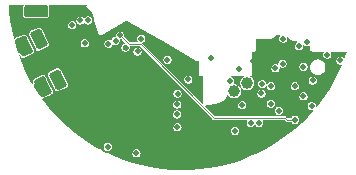
<source format=gbr>
%TF.GenerationSoftware,KiCad,Pcbnew,9.0.0*%
%TF.CreationDate,2025-08-30T10:43:31+02:00*%
%TF.ProjectId,36mm PCB,33366d6d-2050-4434-922e-6b696361645f,rev?*%
%TF.SameCoordinates,Original*%
%TF.FileFunction,Copper,L4,Inr*%
%TF.FilePolarity,Positive*%
%FSLAX46Y46*%
G04 Gerber Fmt 4.6, Leading zero omitted, Abs format (unit mm)*
G04 Created by KiCad (PCBNEW 9.0.0) date 2025-08-30 10:43:31*
%MOMM*%
%LPD*%
G01*
G04 APERTURE LIST*
G04 Aperture macros list*
%AMRoundRect*
0 Rectangle with rounded corners*
0 $1 Rounding radius*
0 $2 $3 $4 $5 $6 $7 $8 $9 X,Y pos of 4 corners*
0 Add a 4 corners polygon primitive as box body*
4,1,4,$2,$3,$4,$5,$6,$7,$8,$9,$2,$3,0*
0 Add four circle primitives for the rounded corners*
1,1,$1+$1,$2,$3*
1,1,$1+$1,$4,$5*
1,1,$1+$1,$6,$7*
1,1,$1+$1,$8,$9*
0 Add four rect primitives between the rounded corners*
20,1,$1+$1,$2,$3,$4,$5,0*
20,1,$1+$1,$4,$5,$6,$7,0*
20,1,$1+$1,$6,$7,$8,$9,0*
20,1,$1+$1,$8,$9,$2,$3,0*%
G04 Aperture macros list end*
%TA.AperFunction,ComponentPad*%
%ADD10RoundRect,0.150000X-0.850000X-0.350000X0.850000X-0.350000X0.850000X0.350000X-0.850000X0.350000X0*%
%TD*%
%TA.AperFunction,ComponentPad*%
%ADD11C,0.500000*%
%TD*%
%TA.AperFunction,ComponentPad*%
%ADD12C,1.000000*%
%TD*%
%TA.AperFunction,ComponentPad*%
%ADD13RoundRect,0.150000X0.591910X-0.441184X0.042506X0.737016X-0.591910X0.441184X-0.042506X-0.737016X0*%
%TD*%
%TA.AperFunction,ViaPad*%
%ADD14C,0.500000*%
%TD*%
%TA.AperFunction,Conductor*%
%ADD15C,0.100000*%
%TD*%
G04 APERTURE END LIST*
D10*
%TO.N,GND*%
%TO.C,TP15*%
X190057772Y-114509534D03*
%TD*%
D11*
%TO.N,+3.3V*%
%TO.C,IC6*%
X208542772Y-116831554D03*
%TO.N,I2C1_SDA*%
X210542772Y-117156554D03*
%TO.N,I2C1_SCL*%
X209867772Y-117481554D03*
%TO.N,GND*%
X209117772Y-117264534D03*
%TD*%
D10*
%TO.N,+3V0*%
%TO.C,TP14*%
X187632772Y-114509534D03*
%TD*%
D12*
%TO.N,SYS_SWCLK*%
%TO.C,TP18*%
X205490000Y-120600000D03*
%TD*%
D13*
%TO.N,Net-(C12-Pad2)*%
%TO.C,SW5*%
X189455162Y-120320686D03*
X187849213Y-116876717D03*
%TO.N,+3V0*%
X188186331Y-120912350D03*
X186580382Y-117468382D03*
%TD*%
D12*
%TO.N,SYS_SWDIO*%
%TO.C,TP17*%
X204370000Y-121300000D03*
%TD*%
D14*
%TO.N,I2C1_SDA*%
X199551130Y-123259000D03*
%TO.N,I2C1_SCL*%
X199570000Y-122409000D03*
%TO.N,+3V0*%
X193690000Y-125990000D03*
%TO.N,ADCVBAT*%
X209540000Y-123710000D03*
X194733732Y-116563689D03*
X193750000Y-117280000D03*
%TO.N,+3V0*%
X195190000Y-117600000D03*
%TO.N,GND*%
X206025478Y-118734534D03*
X205110000Y-124060000D03*
X208977772Y-119704534D03*
X209010000Y-123300000D03*
%TO.N,+3.3V*%
X204460000Y-124650000D03*
X199600000Y-121490000D03*
X208490000Y-118950000D03*
X196520000Y-116840000D03*
X212277772Y-118194534D03*
X199590000Y-124350000D03*
%TO.N,NRST*%
X210255935Y-121716592D03*
%TO.N,+3V0*%
X200510000Y-120300000D03*
X208175685Y-122940000D03*
X191740000Y-117240000D03*
%TO.N,Stat*%
X194347311Y-117022689D03*
X196120000Y-126550000D03*
%TO.N,Net-(IC1-MOT2)*%
X202410000Y-118475000D03*
%TO.N,Net-(IC1-MOT1)*%
X204047772Y-120424534D03*
%TO.N,I2C1_SDA*%
X206700000Y-121480000D03*
X196210000Y-117930000D03*
%TO.N,I2C1_SCL*%
X206760000Y-120680000D03*
X198740000Y-118630806D03*
%TO.N,GPIO_Output_Mono*%
X207480000Y-122360000D03*
X192020000Y-115300000D03*
%TO.N,GPIO_EXTI1*%
X205070000Y-122470000D03*
X191370000Y-115300000D03*
%TO.N,GPIO_EXTI9*%
X190680000Y-115700000D03*
X207510000Y-120870000D03*
%TO.N,Tim2_CH3*%
X206492157Y-123967843D03*
X207880000Y-119350000D03*
X210950000Y-122540000D03*
%TO.N,Tim2_CH1*%
X209535196Y-120866133D03*
X205797213Y-123980000D03*
X213391860Y-118690000D03*
%TO.N,Net-(Q4-D_1)*%
X211037772Y-120374534D03*
%TO.N,Net-(Q3-D_1)*%
X210257772Y-119214534D03*
%TO.N,VDD PROG*%
X204770000Y-119390000D03*
%TD*%
D15*
%TO.N,ADCVBAT*%
X208852900Y-123710000D02*
X209540000Y-123710000D01*
X208709743Y-123566843D02*
X208852900Y-123710000D01*
X202716843Y-123566843D02*
X208709743Y-123566843D01*
X196463646Y-117313646D02*
X202716843Y-123566843D01*
X195483689Y-117313646D02*
X196463646Y-117313646D01*
X194733732Y-116563689D02*
X195483689Y-117313646D01*
%TD*%
%TA.AperFunction,Conductor*%
%TO.N,GND*%
G36*
X186541071Y-113999386D02*
G01*
X186555423Y-114034034D01*
X186548387Y-114057227D01*
X186548652Y-114057337D01*
X186547541Y-114060016D01*
X186547166Y-114061254D01*
X186546806Y-114061794D01*
X186546805Y-114061796D01*
X186532272Y-114134856D01*
X186532272Y-114884211D01*
X186546805Y-114957273D01*
X186602170Y-115040135D01*
X186669009Y-115084794D01*
X186685032Y-115095500D01*
X186758098Y-115110034D01*
X188507446Y-115110034D01*
X188580512Y-115095500D01*
X188663373Y-115040135D01*
X188718738Y-114957274D01*
X188733272Y-114884208D01*
X188733272Y-114134860D01*
X188718738Y-114061794D01*
X188718377Y-114061254D01*
X188718251Y-114060617D01*
X188716892Y-114057337D01*
X188717544Y-114057066D01*
X188711063Y-114024473D01*
X188731899Y-113993291D01*
X188759121Y-113985034D01*
X191848664Y-113985034D01*
X191883312Y-113999386D01*
X191897664Y-114034034D01*
X191895814Y-114047369D01*
X191881479Y-114098053D01*
X191890796Y-114177275D01*
X191890796Y-114177277D01*
X191918932Y-114227600D01*
X191921907Y-114232921D01*
X191929720Y-114246896D01*
X192375328Y-114598712D01*
X192393424Y-114629917D01*
X192415196Y-114775401D01*
X192415201Y-114775432D01*
X192518020Y-115256331D01*
X192650405Y-115729924D01*
X192650407Y-115729933D01*
X192795347Y-116146922D01*
X192811865Y-116194444D01*
X192828867Y-116235042D01*
X192893975Y-116390509D01*
X192893975Y-116390511D01*
X192896505Y-116396554D01*
X192898214Y-116409527D01*
X192911769Y-116433005D01*
X192912976Y-116435888D01*
X192912979Y-116435893D01*
X192922246Y-116458029D01*
X192926899Y-116462647D01*
X192934813Y-116472921D01*
X192938096Y-116478605D01*
X192959614Y-116495116D01*
X192978860Y-116514218D01*
X192990980Y-116519185D01*
X193001376Y-116527162D01*
X193027575Y-116534182D01*
X193052667Y-116544465D01*
X193065766Y-116544415D01*
X193078423Y-116547807D01*
X193105315Y-116544266D01*
X193132430Y-116544164D01*
X193144513Y-116539105D01*
X193157504Y-116537395D01*
X193180992Y-116523834D01*
X193206007Y-116513362D01*
X193215235Y-116504063D01*
X195263841Y-115321299D01*
X195301022Y-115316405D01*
X195312840Y-115321300D01*
X198785333Y-117326144D01*
X201190829Y-118714957D01*
X201199430Y-118721264D01*
X201208690Y-118729749D01*
X201208692Y-118729750D01*
X201208694Y-118729752D01*
X201229688Y-118737393D01*
X201249035Y-118748563D01*
X201266802Y-118750901D01*
X201271842Y-118752736D01*
X201271844Y-118752736D01*
X201283648Y-118757033D01*
X201301680Y-118756245D01*
X201310207Y-118756616D01*
X201328116Y-118758975D01*
X201340246Y-118755723D01*
X201350792Y-118754101D01*
X201363335Y-118753554D01*
X201363335Y-118753553D01*
X201365777Y-118753447D01*
X201401018Y-118766274D01*
X201416867Y-118800263D01*
X201416913Y-118802779D01*
X201414850Y-119069527D01*
X201407772Y-119984534D01*
X201734469Y-119984534D01*
X201769117Y-119998886D01*
X201783469Y-120033534D01*
X201783469Y-122273995D01*
X201782865Y-122281668D01*
X201782559Y-122283593D01*
X201779710Y-122295388D01*
X201780197Y-122298493D01*
X201778987Y-122306128D01*
X201772893Y-122316068D01*
X201770132Y-122327395D01*
X201763463Y-122331449D01*
X201759386Y-122338101D01*
X201748049Y-122340821D01*
X201738087Y-122346878D01*
X201730506Y-122345030D01*
X201722918Y-122346851D01*
X201712977Y-122340757D01*
X201701651Y-122337996D01*
X201695943Y-122333103D01*
X199616693Y-120253853D01*
X200159500Y-120253853D01*
X200159500Y-120346146D01*
X200183385Y-120435286D01*
X200183386Y-120435289D01*
X200201289Y-120466297D01*
X200229531Y-120515212D01*
X200294788Y-120580469D01*
X200354731Y-120615077D01*
X200373648Y-120626000D01*
X200374712Y-120626614D01*
X200396998Y-120632585D01*
X200463853Y-120650500D01*
X200463856Y-120650500D01*
X200556146Y-120650500D01*
X200618260Y-120633856D01*
X200645288Y-120626614D01*
X200725212Y-120580469D01*
X200790469Y-120515212D01*
X200836614Y-120435288D01*
X200854587Y-120368213D01*
X200860500Y-120346146D01*
X200860500Y-120253853D01*
X200836614Y-120164713D01*
X200836613Y-120164710D01*
X200795825Y-120094065D01*
X200790469Y-120084788D01*
X200725212Y-120019531D01*
X200690518Y-119999500D01*
X200645289Y-119973386D01*
X200645286Y-119973385D01*
X200556147Y-119949500D01*
X200556144Y-119949500D01*
X200463856Y-119949500D01*
X200463853Y-119949500D01*
X200374713Y-119973385D01*
X200374710Y-119973386D01*
X200294794Y-120019527D01*
X200294784Y-120019534D01*
X200229534Y-120084784D01*
X200229527Y-120084794D01*
X200183386Y-120164710D01*
X200183385Y-120164713D01*
X200159500Y-120253853D01*
X199616693Y-120253853D01*
X197947499Y-118584659D01*
X198389500Y-118584659D01*
X198389500Y-118676952D01*
X198413385Y-118766092D01*
X198413386Y-118766095D01*
X198433114Y-118800263D01*
X198459531Y-118846018D01*
X198524788Y-118911275D01*
X198604712Y-118957420D01*
X198626998Y-118963391D01*
X198693853Y-118981306D01*
X198693856Y-118981306D01*
X198786146Y-118981306D01*
X198830716Y-118969363D01*
X198875288Y-118957420D01*
X198955212Y-118911275D01*
X199020469Y-118846018D01*
X199066614Y-118766094D01*
X199080316Y-118714956D01*
X199090500Y-118676952D01*
X199090500Y-118584659D01*
X199066791Y-118496180D01*
X199066614Y-118495518D01*
X199020469Y-118415594D01*
X198955212Y-118350337D01*
X198926270Y-118333627D01*
X198875289Y-118304192D01*
X198875286Y-118304191D01*
X198786147Y-118280306D01*
X198786144Y-118280306D01*
X198693856Y-118280306D01*
X198693853Y-118280306D01*
X198604713Y-118304191D01*
X198604710Y-118304192D01*
X198524794Y-118350333D01*
X198524784Y-118350340D01*
X198459534Y-118415590D01*
X198459527Y-118415600D01*
X198413386Y-118495516D01*
X198413385Y-118495519D01*
X198389500Y-118584659D01*
X197947499Y-118584659D01*
X196616058Y-117253218D01*
X196601706Y-117218570D01*
X196616058Y-117183922D01*
X196638024Y-117171240D01*
X196643872Y-117169672D01*
X196655288Y-117166614D01*
X196735212Y-117120469D01*
X196800469Y-117055212D01*
X196846614Y-116975288D01*
X196862538Y-116915859D01*
X196870500Y-116886146D01*
X196870500Y-116793853D01*
X196851700Y-116723694D01*
X196846614Y-116704712D01*
X196841736Y-116696264D01*
X196825051Y-116667365D01*
X196800469Y-116624788D01*
X196735212Y-116559531D01*
X196720583Y-116551085D01*
X196655289Y-116513386D01*
X196655286Y-116513385D01*
X196566147Y-116489500D01*
X196566144Y-116489500D01*
X196473856Y-116489500D01*
X196473853Y-116489500D01*
X196384713Y-116513385D01*
X196384710Y-116513386D01*
X196304794Y-116559527D01*
X196304784Y-116559534D01*
X196239534Y-116624784D01*
X196239527Y-116624794D01*
X196193386Y-116704710D01*
X196193385Y-116704713D01*
X196169500Y-116793853D01*
X196169500Y-116886146D01*
X196193385Y-116975286D01*
X196193386Y-116975289D01*
X196219932Y-117021266D01*
X196239531Y-117055212D01*
X196239534Y-117055215D01*
X196263817Y-117079498D01*
X196278169Y-117114146D01*
X196263817Y-117148794D01*
X196229169Y-117163146D01*
X195566324Y-117163146D01*
X195531676Y-117148794D01*
X195084896Y-116702013D01*
X195070544Y-116667365D01*
X195072214Y-116654682D01*
X195084232Y-116609834D01*
X195084232Y-116517542D01*
X195061671Y-116433346D01*
X195060346Y-116428401D01*
X195014201Y-116348477D01*
X194948944Y-116283220D01*
X194928014Y-116271136D01*
X194869021Y-116237075D01*
X194869018Y-116237074D01*
X194779879Y-116213189D01*
X194779876Y-116213189D01*
X194687588Y-116213189D01*
X194687585Y-116213189D01*
X194598445Y-116237074D01*
X194598442Y-116237075D01*
X194518526Y-116283216D01*
X194518516Y-116283223D01*
X194453266Y-116348473D01*
X194453259Y-116348483D01*
X194407118Y-116428399D01*
X194407117Y-116428402D01*
X194383232Y-116517542D01*
X194383232Y-116517545D01*
X194383232Y-116609833D01*
X194383413Y-116610507D01*
X194383366Y-116610858D01*
X194383651Y-116613019D01*
X194383072Y-116613095D01*
X194378517Y-116647689D01*
X194348764Y-116670520D01*
X194336082Y-116672189D01*
X194301164Y-116672189D01*
X194212024Y-116696074D01*
X194212021Y-116696075D01*
X194132105Y-116742216D01*
X194132095Y-116742223D01*
X194066845Y-116807473D01*
X194066838Y-116807483D01*
X194020697Y-116887399D01*
X194020697Y-116887400D01*
X194003770Y-116950569D01*
X193980939Y-116980322D01*
X193943757Y-116985216D01*
X193931942Y-116980322D01*
X193885288Y-116953386D01*
X193885287Y-116953385D01*
X193885286Y-116953385D01*
X193796147Y-116929500D01*
X193796144Y-116929500D01*
X193703856Y-116929500D01*
X193703853Y-116929500D01*
X193614713Y-116953385D01*
X193614710Y-116953386D01*
X193534794Y-116999527D01*
X193534784Y-116999534D01*
X193469534Y-117064784D01*
X193469527Y-117064794D01*
X193423386Y-117144710D01*
X193423385Y-117144713D01*
X193399500Y-117233853D01*
X193399500Y-117326146D01*
X193423385Y-117415286D01*
X193423386Y-117415289D01*
X193446438Y-117455215D01*
X193469531Y-117495212D01*
X193534788Y-117560469D01*
X193586802Y-117590500D01*
X193611528Y-117604776D01*
X193614712Y-117606614D01*
X193636998Y-117612585D01*
X193703853Y-117630500D01*
X193703856Y-117630500D01*
X193796146Y-117630500D01*
X193840716Y-117618557D01*
X193885288Y-117606614D01*
X193965212Y-117560469D01*
X194030469Y-117495212D01*
X194076614Y-117415288D01*
X194087332Y-117375288D01*
X194093540Y-117352120D01*
X194116370Y-117322367D01*
X194153552Y-117317472D01*
X194165365Y-117322364D01*
X194212023Y-117349303D01*
X194234309Y-117355274D01*
X194301164Y-117373189D01*
X194301167Y-117373189D01*
X194393457Y-117373189D01*
X194438027Y-117361246D01*
X194482599Y-117349303D01*
X194562523Y-117303158D01*
X194627780Y-117237901D01*
X194673925Y-117157977D01*
X194693760Y-117083953D01*
X194697811Y-117068835D01*
X194697811Y-116976545D01*
X194697631Y-116975874D01*
X194697677Y-116975524D01*
X194697392Y-116973358D01*
X194697972Y-116973281D01*
X194702524Y-116938691D01*
X194732276Y-116915859D01*
X194737784Y-116914717D01*
X194741350Y-116914189D01*
X194779876Y-116914189D01*
X194827454Y-116901440D01*
X194830231Y-116901029D01*
X194845895Y-116904957D01*
X194861907Y-116907065D01*
X194865600Y-116909899D01*
X194866608Y-116910152D01*
X194867184Y-116911115D01*
X194872056Y-116914853D01*
X195133409Y-117176206D01*
X195147761Y-117210854D01*
X195133409Y-117245502D01*
X195111444Y-117258184D01*
X195054711Y-117273386D01*
X195054710Y-117273386D01*
X194974794Y-117319527D01*
X194974784Y-117319534D01*
X194909534Y-117384784D01*
X194909527Y-117384794D01*
X194863386Y-117464710D01*
X194863385Y-117464713D01*
X194839500Y-117553853D01*
X194839500Y-117646146D01*
X194863385Y-117735286D01*
X194863386Y-117735289D01*
X194901925Y-117802039D01*
X194909531Y-117815212D01*
X194974788Y-117880469D01*
X195054712Y-117926614D01*
X195076998Y-117932585D01*
X195143853Y-117950500D01*
X195143856Y-117950500D01*
X195236146Y-117950500D01*
X195280716Y-117938557D01*
X195325288Y-117926614D01*
X195399351Y-117883853D01*
X195859500Y-117883853D01*
X195859500Y-117976146D01*
X195883385Y-118065286D01*
X195883386Y-118065289D01*
X195893102Y-118082117D01*
X195929531Y-118145212D01*
X195994788Y-118210469D01*
X196074712Y-118256614D01*
X196094335Y-118261872D01*
X196163853Y-118280500D01*
X196163856Y-118280500D01*
X196256146Y-118280500D01*
X196300716Y-118268557D01*
X196345288Y-118256614D01*
X196425212Y-118210469D01*
X196490469Y-118145212D01*
X196536614Y-118065288D01*
X196558773Y-117982590D01*
X196560500Y-117976146D01*
X196560500Y-117883853D01*
X196542105Y-117815205D01*
X196536614Y-117794712D01*
X196490469Y-117714788D01*
X196425212Y-117649531D01*
X196386254Y-117627038D01*
X196345289Y-117603386D01*
X196345286Y-117603385D01*
X196256147Y-117579500D01*
X196256144Y-117579500D01*
X196163856Y-117579500D01*
X196163853Y-117579500D01*
X196074713Y-117603385D01*
X196074710Y-117603386D01*
X195994794Y-117649527D01*
X195994784Y-117649534D01*
X195929534Y-117714784D01*
X195929527Y-117714794D01*
X195883386Y-117794710D01*
X195883385Y-117794713D01*
X195859500Y-117883853D01*
X195399351Y-117883853D01*
X195405212Y-117880469D01*
X195470469Y-117815212D01*
X195516614Y-117735288D01*
X195532649Y-117675444D01*
X195540500Y-117646146D01*
X195540500Y-117553853D01*
X195540499Y-117553852D01*
X195532991Y-117525828D01*
X195537886Y-117488646D01*
X195567639Y-117465816D01*
X195580321Y-117464146D01*
X196381010Y-117464146D01*
X196415658Y-117478498D01*
X202631587Y-123694428D01*
X202631590Y-123694430D01*
X202631591Y-123694431D01*
X202663992Y-123707851D01*
X202663993Y-123707852D01*
X202663994Y-123707852D01*
X202686907Y-123717343D01*
X205459266Y-123717343D01*
X205493914Y-123731695D01*
X205508266Y-123766343D01*
X205501701Y-123790841D01*
X205488241Y-123814156D01*
X205470598Y-123844713D01*
X205446713Y-123933853D01*
X205446713Y-124026146D01*
X205470598Y-124115286D01*
X205470599Y-124115289D01*
X205481861Y-124134794D01*
X205516744Y-124195212D01*
X205582001Y-124260469D01*
X205661925Y-124306614D01*
X205684211Y-124312585D01*
X205751066Y-124330500D01*
X205751069Y-124330500D01*
X205843359Y-124330500D01*
X205888728Y-124318343D01*
X205932501Y-124306614D01*
X206012425Y-124260469D01*
X206077682Y-124195212D01*
X206105760Y-124146580D01*
X206135512Y-124123751D01*
X206172694Y-124128646D01*
X206190629Y-124146581D01*
X206211688Y-124183055D01*
X206276945Y-124248312D01*
X206356869Y-124294457D01*
X206375690Y-124299500D01*
X206446010Y-124318343D01*
X206446013Y-124318343D01*
X206538303Y-124318343D01*
X206592367Y-124303856D01*
X206627445Y-124294457D01*
X206707369Y-124248312D01*
X206772626Y-124183055D01*
X206818771Y-124103131D01*
X206836594Y-124036614D01*
X206842657Y-124013989D01*
X206842657Y-123921696D01*
X206822028Y-123844712D01*
X206818771Y-123832555D01*
X206794687Y-123790842D01*
X206789792Y-123753662D01*
X206812622Y-123723908D01*
X206837123Y-123717343D01*
X208627107Y-123717343D01*
X208661755Y-123731695D01*
X208767649Y-123837588D01*
X208795306Y-123849043D01*
X208822964Y-123860500D01*
X209193879Y-123860500D01*
X209228527Y-123874852D01*
X209236314Y-123885000D01*
X209259527Y-123925206D01*
X209259529Y-123925208D01*
X209259531Y-123925212D01*
X209324788Y-123990469D01*
X209404712Y-124036614D01*
X209426998Y-124042585D01*
X209493853Y-124060500D01*
X209493856Y-124060500D01*
X209586146Y-124060500D01*
X209630716Y-124048557D01*
X209675288Y-124036614D01*
X209755212Y-123990469D01*
X209820469Y-123925212D01*
X209866614Y-123845288D01*
X209881202Y-123790844D01*
X209890500Y-123756146D01*
X209890500Y-123663853D01*
X209866614Y-123574713D01*
X209866613Y-123574710D01*
X209820472Y-123494794D01*
X209820469Y-123494788D01*
X209755212Y-123429531D01*
X209732370Y-123416343D01*
X209675289Y-123383386D01*
X209675286Y-123383385D01*
X209586147Y-123359500D01*
X209586144Y-123359500D01*
X209493856Y-123359500D01*
X209493853Y-123359500D01*
X209404713Y-123383385D01*
X209404710Y-123383386D01*
X209324794Y-123429527D01*
X209324784Y-123429534D01*
X209259534Y-123494784D01*
X209259527Y-123494793D01*
X209236314Y-123535000D01*
X209206561Y-123557830D01*
X209193879Y-123559500D01*
X208935535Y-123559500D01*
X208900887Y-123545148D01*
X208794995Y-123439255D01*
X208762591Y-123425833D01*
X208739679Y-123416343D01*
X202799479Y-123416343D01*
X202764831Y-123401991D01*
X202256693Y-122893853D01*
X207825185Y-122893853D01*
X207825185Y-122986146D01*
X207849070Y-123075286D01*
X207849071Y-123075289D01*
X207877028Y-123123710D01*
X207895216Y-123155212D01*
X207960473Y-123220469D01*
X208040397Y-123266614D01*
X208062683Y-123272585D01*
X208129538Y-123290500D01*
X208129541Y-123290500D01*
X208221831Y-123290500D01*
X208273391Y-123276684D01*
X208310973Y-123266614D01*
X208390897Y-123220469D01*
X208456154Y-123155212D01*
X208502299Y-123075288D01*
X208514242Y-123030716D01*
X208526185Y-122986146D01*
X208526185Y-122893853D01*
X208502299Y-122804713D01*
X208502298Y-122804710D01*
X208473721Y-122755215D01*
X208456154Y-122724788D01*
X208390897Y-122659531D01*
X208385527Y-122656430D01*
X208310974Y-122613386D01*
X208310971Y-122613385D01*
X208221832Y-122589500D01*
X208221829Y-122589500D01*
X208129541Y-122589500D01*
X208129538Y-122589500D01*
X208040398Y-122613385D01*
X208040395Y-122613386D01*
X207960479Y-122659527D01*
X207960469Y-122659534D01*
X207895219Y-122724784D01*
X207895212Y-122724794D01*
X207849071Y-122804710D01*
X207849070Y-122804713D01*
X207825185Y-122893853D01*
X202256693Y-122893853D01*
X201953150Y-122590310D01*
X201947325Y-122576248D01*
X201939390Y-122563257D01*
X201940330Y-122559362D01*
X201938798Y-122555662D01*
X201944622Y-122541600D01*
X201948198Y-122526803D01*
X201951617Y-122524714D01*
X201953150Y-122521014D01*
X201980202Y-122507254D01*
X201995831Y-122504801D01*
X202003426Y-122504210D01*
X202023850Y-122504210D01*
X202023851Y-122504210D01*
X202033247Y-122500317D01*
X202044400Y-122497179D01*
X202185530Y-122475034D01*
X202462631Y-122423853D01*
X204719500Y-122423853D01*
X204719500Y-122516146D01*
X204743385Y-122605286D01*
X204743386Y-122605289D01*
X204783800Y-122675286D01*
X204789531Y-122685212D01*
X204854788Y-122750469D01*
X204934712Y-122796614D01*
X204956998Y-122802585D01*
X205023853Y-122820500D01*
X205023856Y-122820500D01*
X205116146Y-122820500D01*
X205160716Y-122808557D01*
X205205288Y-122796614D01*
X205285212Y-122750469D01*
X205350469Y-122685212D01*
X205396614Y-122605288D01*
X205409924Y-122555614D01*
X205420500Y-122516146D01*
X205420500Y-122423853D01*
X205396614Y-122334713D01*
X205396612Y-122334708D01*
X205384571Y-122313853D01*
X207129500Y-122313853D01*
X207129500Y-122406146D01*
X207153385Y-122495286D01*
X207153386Y-122495289D01*
X207190380Y-122559362D01*
X207199531Y-122575212D01*
X207264788Y-122640469D01*
X207297797Y-122659527D01*
X207342283Y-122685212D01*
X207344712Y-122686614D01*
X207366998Y-122692585D01*
X207433853Y-122710500D01*
X207433856Y-122710500D01*
X207526146Y-122710500D01*
X207570716Y-122698557D01*
X207615288Y-122686614D01*
X207695212Y-122640469D01*
X207760469Y-122575212D01*
X207806614Y-122495288D01*
X207828838Y-122412347D01*
X207830500Y-122406146D01*
X207830500Y-122313853D01*
X207806614Y-122224713D01*
X207806613Y-122224710D01*
X207788757Y-122193784D01*
X207760469Y-122144788D01*
X207695212Y-122079531D01*
X207689842Y-122076430D01*
X207615289Y-122033386D01*
X207615286Y-122033385D01*
X207526147Y-122009500D01*
X207526144Y-122009500D01*
X207433856Y-122009500D01*
X207433853Y-122009500D01*
X207344713Y-122033385D01*
X207344710Y-122033386D01*
X207264794Y-122079527D01*
X207264784Y-122079534D01*
X207199534Y-122144784D01*
X207199527Y-122144794D01*
X207153386Y-122224710D01*
X207153385Y-122224713D01*
X207129500Y-122313853D01*
X205384571Y-122313853D01*
X205373910Y-122295388D01*
X205350469Y-122254788D01*
X205285212Y-122189531D01*
X205279842Y-122186430D01*
X205205289Y-122143386D01*
X205205286Y-122143385D01*
X205116147Y-122119500D01*
X205116144Y-122119500D01*
X205023856Y-122119500D01*
X205023853Y-122119500D01*
X204934713Y-122143385D01*
X204934710Y-122143386D01*
X204854794Y-122189527D01*
X204854784Y-122189534D01*
X204789534Y-122254784D01*
X204789527Y-122254794D01*
X204743386Y-122334710D01*
X204743385Y-122334713D01*
X204719500Y-122423853D01*
X202462631Y-122423853D01*
X202524926Y-122412347D01*
X202862506Y-122340518D01*
X202991500Y-122309409D01*
X202991509Y-122309411D01*
X203009551Y-122305058D01*
X203009625Y-122305069D01*
X203030280Y-122300069D01*
X203030281Y-122300070D01*
X203045539Y-122296377D01*
X203069036Y-122290711D01*
X203069037Y-122290709D01*
X203073897Y-122289538D01*
X203074103Y-122289464D01*
X203115610Y-122279421D01*
X203277092Y-122210484D01*
X203424893Y-122115701D01*
X203554911Y-121997700D01*
X203663540Y-121859755D01*
X203747765Y-121705693D01*
X203773812Y-121630521D01*
X203798716Y-121602482D01*
X203836154Y-121600266D01*
X203862546Y-121622065D01*
X203889475Y-121668709D01*
X203889478Y-121668713D01*
X203889480Y-121668716D01*
X204001284Y-121780520D01*
X204001287Y-121780521D01*
X204001290Y-121780524D01*
X204138213Y-121859576D01*
X204138215Y-121859576D01*
X204138216Y-121859577D01*
X204239907Y-121886825D01*
X204290939Y-121900499D01*
X204290940Y-121900500D01*
X204290943Y-121900500D01*
X204449060Y-121900500D01*
X204449060Y-121900499D01*
X204601784Y-121859577D01*
X204738716Y-121780520D01*
X204850520Y-121668716D01*
X204881368Y-121615286D01*
X204929576Y-121531786D01*
X204929576Y-121531785D01*
X204929577Y-121531784D01*
X204953138Y-121443853D01*
X204955818Y-121433852D01*
X206349500Y-121433852D01*
X206349500Y-121526146D01*
X206373385Y-121615286D01*
X206373386Y-121615289D01*
X206405233Y-121670448D01*
X206419531Y-121695212D01*
X206484788Y-121760469D01*
X206564712Y-121806614D01*
X206586998Y-121812585D01*
X206653853Y-121830500D01*
X206653856Y-121830500D01*
X206746146Y-121830500D01*
X206797971Y-121816613D01*
X206835288Y-121806614D01*
X206915212Y-121760469D01*
X206980469Y-121695212D01*
X206994769Y-121670445D01*
X209905435Y-121670445D01*
X209905435Y-121762738D01*
X209929320Y-121851878D01*
X209929321Y-121851881D01*
X209960079Y-121905153D01*
X209975466Y-121931804D01*
X210040723Y-121997061D01*
X210120647Y-122043206D01*
X210142933Y-122049177D01*
X210209788Y-122067092D01*
X210209791Y-122067092D01*
X210302081Y-122067092D01*
X210346651Y-122055149D01*
X210391223Y-122043206D01*
X210471147Y-121997061D01*
X210536404Y-121931804D01*
X210582549Y-121851880D01*
X210601671Y-121780517D01*
X210606435Y-121762738D01*
X210606435Y-121670445D01*
X210582549Y-121581305D01*
X210582548Y-121581302D01*
X210571012Y-121561323D01*
X210536404Y-121501380D01*
X210471147Y-121436123D01*
X210465777Y-121433022D01*
X210391224Y-121389978D01*
X210391221Y-121389977D01*
X210302082Y-121366092D01*
X210302079Y-121366092D01*
X210209791Y-121366092D01*
X210209788Y-121366092D01*
X210120648Y-121389977D01*
X210120645Y-121389978D01*
X210040729Y-121436119D01*
X210040719Y-121436126D01*
X209975469Y-121501376D01*
X209975462Y-121501386D01*
X209929321Y-121581302D01*
X209929320Y-121581305D01*
X209905435Y-121670445D01*
X206994769Y-121670445D01*
X207017819Y-121630522D01*
X207026613Y-121615290D01*
X207026613Y-121615289D01*
X207026614Y-121615288D01*
X207047821Y-121536144D01*
X207050500Y-121526146D01*
X207050500Y-121433852D01*
X207026614Y-121344713D01*
X207026613Y-121344710D01*
X206998005Y-121295161D01*
X206980469Y-121264788D01*
X206915212Y-121199531D01*
X206891650Y-121185927D01*
X206835289Y-121153386D01*
X206835286Y-121153385D01*
X206746147Y-121129500D01*
X206746144Y-121129500D01*
X206653856Y-121129500D01*
X206653853Y-121129500D01*
X206564713Y-121153385D01*
X206564710Y-121153386D01*
X206484794Y-121199527D01*
X206484784Y-121199534D01*
X206419534Y-121264784D01*
X206419527Y-121264794D01*
X206373386Y-121344710D01*
X206373385Y-121344713D01*
X206349500Y-121433852D01*
X204955818Y-121433852D01*
X204960076Y-121417962D01*
X204970500Y-121379059D01*
X204970500Y-121220940D01*
X204970499Y-121220939D01*
X204951617Y-121150472D01*
X204929577Y-121068216D01*
X204929576Y-121068215D01*
X204929576Y-121068213D01*
X204850524Y-120931290D01*
X204850521Y-120931287D01*
X204850520Y-120931284D01*
X204738716Y-120819480D01*
X204738713Y-120819478D01*
X204738709Y-120819475D01*
X204601786Y-120740423D01*
X204601782Y-120740422D01*
X204449060Y-120699500D01*
X204449057Y-120699500D01*
X204378613Y-120699500D01*
X204343965Y-120685148D01*
X204329613Y-120650500D01*
X204336178Y-120626000D01*
X204374385Y-120559824D01*
X204374385Y-120559823D01*
X204374386Y-120559822D01*
X204395156Y-120482307D01*
X204398272Y-120470680D01*
X204398272Y-120378387D01*
X204374386Y-120289247D01*
X204374385Y-120289244D01*
X204353951Y-120253853D01*
X204328241Y-120209322D01*
X204262984Y-120144065D01*
X204220406Y-120119482D01*
X204183061Y-120097920D01*
X204183058Y-120097919D01*
X204119408Y-120080864D01*
X204089655Y-120058034D01*
X204084760Y-120020852D01*
X204107590Y-119991099D01*
X204132090Y-119984534D01*
X205172147Y-119984534D01*
X205206795Y-119998886D01*
X205221147Y-120033534D01*
X205206795Y-120068182D01*
X205196647Y-120075969D01*
X205121290Y-120119475D01*
X205121281Y-120119482D01*
X205009482Y-120231281D01*
X205009475Y-120231290D01*
X204930423Y-120368213D01*
X204930422Y-120368217D01*
X204889500Y-120520939D01*
X204889500Y-120679060D01*
X204930422Y-120831782D01*
X204930423Y-120831786D01*
X205009475Y-120968709D01*
X205009478Y-120968713D01*
X205009480Y-120968716D01*
X205121284Y-121080520D01*
X205121287Y-121080521D01*
X205121290Y-121080524D01*
X205258213Y-121159576D01*
X205258215Y-121159576D01*
X205258216Y-121159577D01*
X205356556Y-121185927D01*
X205410939Y-121200499D01*
X205410940Y-121200500D01*
X205410943Y-121200500D01*
X205569060Y-121200500D01*
X205569060Y-121200499D01*
X205721784Y-121159577D01*
X205737555Y-121150472D01*
X205858709Y-121080524D01*
X205858708Y-121080524D01*
X205858716Y-121080520D01*
X205970520Y-120968716D01*
X206026408Y-120871915D01*
X206049576Y-120831786D01*
X206049576Y-120831785D01*
X206049577Y-120831784D01*
X206090499Y-120679060D01*
X206090500Y-120679060D01*
X206090500Y-120633853D01*
X206409500Y-120633853D01*
X206409500Y-120726146D01*
X206433385Y-120815286D01*
X206433386Y-120815289D01*
X206452978Y-120849222D01*
X206479531Y-120895212D01*
X206544788Y-120960469D01*
X206575970Y-120978472D01*
X206615717Y-121001421D01*
X206624712Y-121006614D01*
X206646998Y-121012585D01*
X206713853Y-121030500D01*
X206713856Y-121030500D01*
X206806146Y-121030500D01*
X206850716Y-121018557D01*
X206895288Y-121006614D01*
X206975212Y-120960469D01*
X207040469Y-120895212D01*
X207068065Y-120847414D01*
X207097818Y-120824585D01*
X207135000Y-120829480D01*
X207157830Y-120859233D01*
X207159500Y-120871915D01*
X207159500Y-120916146D01*
X207183385Y-121005286D01*
X207183386Y-121005289D01*
X207197942Y-121030500D01*
X207229531Y-121085212D01*
X207294788Y-121150469D01*
X207354731Y-121185077D01*
X207368012Y-121192746D01*
X207374712Y-121196614D01*
X207385610Y-121199534D01*
X207463853Y-121220500D01*
X207463856Y-121220500D01*
X207556146Y-121220500D01*
X207600716Y-121208557D01*
X207645288Y-121196614D01*
X207725212Y-121150469D01*
X207790469Y-121085212D01*
X207836614Y-121005288D01*
X207856442Y-120931290D01*
X207860500Y-120916146D01*
X207860500Y-120823855D01*
X207860499Y-120823850D01*
X207859464Y-120819986D01*
X209184696Y-120819986D01*
X209184696Y-120912279D01*
X209208581Y-121001419D01*
X209208582Y-121001422D01*
X209211580Y-121006614D01*
X209254727Y-121081345D01*
X209319984Y-121146602D01*
X209379927Y-121181210D01*
X209388102Y-121185931D01*
X209399908Y-121192747D01*
X209414336Y-121196613D01*
X209489049Y-121216633D01*
X209489052Y-121216633D01*
X209581342Y-121216633D01*
X209641549Y-121200500D01*
X209670484Y-121192747D01*
X209750408Y-121146602D01*
X209815665Y-121081345D01*
X209861810Y-121001421D01*
X209879763Y-120934420D01*
X209885696Y-120912279D01*
X209885696Y-120819986D01*
X209864376Y-120740422D01*
X209861810Y-120730845D01*
X209815665Y-120650921D01*
X209750408Y-120585664D01*
X209705653Y-120559824D01*
X209670485Y-120539519D01*
X209670482Y-120539518D01*
X209581343Y-120515633D01*
X209581340Y-120515633D01*
X209489052Y-120515633D01*
X209489049Y-120515633D01*
X209399909Y-120539518D01*
X209399906Y-120539519D01*
X209319990Y-120585660D01*
X209319980Y-120585667D01*
X209254730Y-120650917D01*
X209254723Y-120650927D01*
X209208582Y-120730843D01*
X209208581Y-120730846D01*
X209184696Y-120819986D01*
X207859464Y-120819986D01*
X207840905Y-120750728D01*
X207836614Y-120734712D01*
X207790469Y-120654788D01*
X207725212Y-120589531D01*
X207709522Y-120580472D01*
X207645289Y-120543386D01*
X207645286Y-120543385D01*
X207556147Y-120519500D01*
X207556144Y-120519500D01*
X207463856Y-120519500D01*
X207463853Y-120519500D01*
X207374713Y-120543385D01*
X207374710Y-120543386D01*
X207294794Y-120589527D01*
X207294784Y-120589534D01*
X207229534Y-120654784D01*
X207229527Y-120654794D01*
X207201935Y-120702584D01*
X207172182Y-120725415D01*
X207135000Y-120720519D01*
X207112169Y-120690766D01*
X207110500Y-120678084D01*
X207110500Y-120633853D01*
X207086614Y-120544713D01*
X207086613Y-120544710D01*
X207054556Y-120489187D01*
X207040469Y-120464788D01*
X206975212Y-120399531D01*
X206947988Y-120383813D01*
X206919930Y-120367613D01*
X206895289Y-120353386D01*
X206895286Y-120353385D01*
X206806147Y-120329500D01*
X206806144Y-120329500D01*
X206713856Y-120329500D01*
X206713853Y-120329500D01*
X206624713Y-120353385D01*
X206624710Y-120353386D01*
X206544794Y-120399527D01*
X206544784Y-120399534D01*
X206479534Y-120464784D01*
X206479527Y-120464794D01*
X206433386Y-120544710D01*
X206433385Y-120544713D01*
X206409500Y-120633853D01*
X206090500Y-120633853D01*
X206090500Y-120520940D01*
X206090499Y-120520939D01*
X206075452Y-120464784D01*
X206049577Y-120368216D01*
X206049576Y-120368215D01*
X206049576Y-120368213D01*
X206026583Y-120328387D01*
X210687272Y-120328387D01*
X210687272Y-120420680D01*
X210711157Y-120509820D01*
X210711158Y-120509823D01*
X210751947Y-120580469D01*
X210757303Y-120589746D01*
X210822560Y-120655003D01*
X210863025Y-120678366D01*
X210899629Y-120699500D01*
X210902484Y-120701148D01*
X210918375Y-120705406D01*
X210991625Y-120725034D01*
X210991628Y-120725034D01*
X211083918Y-120725034D01*
X211128488Y-120713091D01*
X211173060Y-120701148D01*
X211252984Y-120655003D01*
X211318241Y-120589746D01*
X211364386Y-120509822D01*
X211384357Y-120435289D01*
X211388272Y-120420680D01*
X211388272Y-120328387D01*
X211364386Y-120239247D01*
X211364385Y-120239244D01*
X211352849Y-120219265D01*
X211318241Y-120159322D01*
X211252984Y-120094065D01*
X211238452Y-120085675D01*
X211173061Y-120047920D01*
X211173058Y-120047919D01*
X211083919Y-120024034D01*
X211083916Y-120024034D01*
X210991628Y-120024034D01*
X210991625Y-120024034D01*
X210902485Y-120047919D01*
X210902482Y-120047920D01*
X210822566Y-120094061D01*
X210822556Y-120094068D01*
X210757306Y-120159318D01*
X210757299Y-120159328D01*
X210711158Y-120239244D01*
X210711157Y-120239247D01*
X210687272Y-120328387D01*
X206026583Y-120328387D01*
X205970524Y-120231290D01*
X205970521Y-120231287D01*
X205970520Y-120231284D01*
X205858716Y-120119480D01*
X205858713Y-120119478D01*
X205858709Y-120119475D01*
X205783353Y-120075969D01*
X205760523Y-120046216D01*
X205765418Y-120009034D01*
X205795171Y-119986204D01*
X205807853Y-119984534D01*
X205907772Y-119984534D01*
X205907772Y-119303853D01*
X207529500Y-119303853D01*
X207529500Y-119396146D01*
X207553385Y-119485286D01*
X207553386Y-119485289D01*
X207561441Y-119499240D01*
X207599531Y-119565212D01*
X207664788Y-119630469D01*
X207744712Y-119676614D01*
X207766998Y-119682585D01*
X207833853Y-119700500D01*
X207833856Y-119700500D01*
X207926146Y-119700500D01*
X207970716Y-119688557D01*
X208015288Y-119676614D01*
X208095212Y-119630469D01*
X208160469Y-119565212D01*
X208206614Y-119485288D01*
X208221496Y-119429749D01*
X208230500Y-119396146D01*
X208230500Y-119303855D01*
X208229750Y-119301057D01*
X208234644Y-119263875D01*
X208264396Y-119241043D01*
X208301578Y-119245937D01*
X208301580Y-119245938D01*
X208354710Y-119276613D01*
X208354712Y-119276614D01*
X208376998Y-119282585D01*
X208443853Y-119300500D01*
X208443856Y-119300500D01*
X208536146Y-119300500D01*
X208580716Y-119288557D01*
X208625288Y-119276614D01*
X208705212Y-119230469D01*
X208767294Y-119168387D01*
X209907272Y-119168387D01*
X209907272Y-119260680D01*
X209931157Y-119349820D01*
X209931158Y-119349823D01*
X209974202Y-119424376D01*
X209977303Y-119429746D01*
X210042560Y-119495003D01*
X210122484Y-119541148D01*
X210144770Y-119547119D01*
X210211625Y-119565034D01*
X210211628Y-119565034D01*
X210303918Y-119565034D01*
X210348488Y-119553091D01*
X210393060Y-119541148D01*
X210472984Y-119495003D01*
X210538241Y-119429746D01*
X210584386Y-119349822D01*
X210604002Y-119276614D01*
X210608272Y-119260680D01*
X210608272Y-119190461D01*
X210817272Y-119190461D01*
X210817272Y-119318606D01*
X210842269Y-119444271D01*
X210842270Y-119444276D01*
X210882396Y-119541147D01*
X210891307Y-119562661D01*
X210962496Y-119669203D01*
X211053103Y-119759810D01*
X211159645Y-119830999D01*
X211278028Y-119880035D01*
X211403703Y-119905034D01*
X211531841Y-119905034D01*
X211657516Y-119880035D01*
X211775899Y-119830999D01*
X211882441Y-119759810D01*
X211973048Y-119669203D01*
X212044237Y-119562661D01*
X212093273Y-119444278D01*
X212118272Y-119318603D01*
X212118272Y-119190465D01*
X212093273Y-119064790D01*
X212044237Y-118946407D01*
X211973048Y-118839865D01*
X211882441Y-118749258D01*
X211874739Y-118744112D01*
X211829529Y-118713904D01*
X211775899Y-118678069D01*
X211773203Y-118676952D01*
X211657514Y-118629032D01*
X211657509Y-118629031D01*
X211531844Y-118604034D01*
X211531841Y-118604034D01*
X211403703Y-118604034D01*
X211403699Y-118604034D01*
X211278034Y-118629031D01*
X211278029Y-118629032D01*
X211159646Y-118678068D01*
X211053103Y-118749257D01*
X210962495Y-118839865D01*
X210891306Y-118946408D01*
X210842270Y-119064791D01*
X210842269Y-119064796D01*
X210817272Y-119190461D01*
X210608272Y-119190461D01*
X210608272Y-119168387D01*
X210584386Y-119079247D01*
X210584385Y-119079244D01*
X210563370Y-119042846D01*
X210538241Y-118999322D01*
X210472984Y-118934065D01*
X210467614Y-118930964D01*
X210393061Y-118887920D01*
X210393058Y-118887919D01*
X210303919Y-118864034D01*
X210303916Y-118864034D01*
X210211628Y-118864034D01*
X210211625Y-118864034D01*
X210122485Y-118887919D01*
X210122482Y-118887920D01*
X210042566Y-118934061D01*
X210042556Y-118934068D01*
X209977306Y-118999318D01*
X209977299Y-118999328D01*
X209931158Y-119079244D01*
X209931157Y-119079247D01*
X209907272Y-119168387D01*
X208767294Y-119168387D01*
X208770469Y-119165212D01*
X208816614Y-119085288D01*
X208835015Y-119016614D01*
X208840500Y-118996146D01*
X208840500Y-118903853D01*
X208816614Y-118814713D01*
X208816613Y-118814710D01*
X208788544Y-118766094D01*
X208770469Y-118734788D01*
X208705212Y-118669531D01*
X208699842Y-118666430D01*
X208625289Y-118623386D01*
X208625286Y-118623385D01*
X208536147Y-118599500D01*
X208536144Y-118599500D01*
X208443856Y-118599500D01*
X208443853Y-118599500D01*
X208354713Y-118623385D01*
X208354710Y-118623386D01*
X208274794Y-118669527D01*
X208274784Y-118669534D01*
X208209534Y-118734784D01*
X208209527Y-118734794D01*
X208163386Y-118814710D01*
X208163385Y-118814713D01*
X208139500Y-118903853D01*
X208139500Y-118996147D01*
X208140250Y-118998947D01*
X208135353Y-119036129D01*
X208105598Y-119058957D01*
X208068419Y-119054061D01*
X208015290Y-119023386D01*
X208015286Y-119023385D01*
X207926147Y-118999500D01*
X207926144Y-118999500D01*
X207833856Y-118999500D01*
X207833853Y-118999500D01*
X207744713Y-119023385D01*
X207744710Y-119023386D01*
X207664794Y-119069527D01*
X207664784Y-119069534D01*
X207599534Y-119134784D01*
X207599527Y-119134794D01*
X207553386Y-119214710D01*
X207553385Y-119214713D01*
X207529500Y-119303853D01*
X205907772Y-119303853D01*
X205907772Y-117982590D01*
X205922124Y-117947942D01*
X205956772Y-117933590D01*
X206074760Y-117933590D01*
X206074762Y-117933590D01*
X206148454Y-117903066D01*
X206148456Y-117903064D01*
X206148457Y-117903064D01*
X206204854Y-117846667D01*
X206204854Y-117846666D01*
X206204856Y-117846664D01*
X206235380Y-117772972D01*
X206235380Y-116883346D01*
X206249732Y-116848698D01*
X206284380Y-116834346D01*
X207545529Y-116834346D01*
X207567534Y-116838226D01*
X207585035Y-116834346D01*
X207602956Y-116834346D01*
X207623596Y-116825796D01*
X207645407Y-116820961D01*
X207660086Y-116810681D01*
X207665044Y-116808628D01*
X207665046Y-116808627D01*
X207676648Y-116803822D01*
X207689416Y-116791052D01*
X207695946Y-116785571D01*
X208023213Y-116556418D01*
X208051318Y-116547558D01*
X208217145Y-116547558D01*
X208251793Y-116561910D01*
X208266145Y-116596558D01*
X208259580Y-116621058D01*
X208216158Y-116696264D01*
X208216157Y-116696267D01*
X208192272Y-116785407D01*
X208192272Y-116877700D01*
X208216157Y-116966840D01*
X208216158Y-116966843D01*
X208226766Y-116985216D01*
X208262303Y-117046766D01*
X208327560Y-117112023D01*
X208384178Y-117144712D01*
X208407149Y-117157975D01*
X208407484Y-117158168D01*
X208426062Y-117163146D01*
X208496625Y-117182054D01*
X208496628Y-117182054D01*
X208588918Y-117182054D01*
X208639717Y-117168442D01*
X208678060Y-117158168D01*
X208757984Y-117112023D01*
X208823241Y-117046766D01*
X208869386Y-116966842D01*
X208883494Y-116914189D01*
X208893272Y-116877700D01*
X208893272Y-116785407D01*
X208893271Y-116785406D01*
X208888346Y-116767023D01*
X208893241Y-116729841D01*
X208922994Y-116707011D01*
X208960176Y-116711906D01*
X208971565Y-116720981D01*
X208979801Y-116729841D01*
X209057906Y-116813873D01*
X209058667Y-116814691D01*
X209213093Y-116929495D01*
X209385804Y-117014341D01*
X209385808Y-117014342D01*
X209385810Y-117014343D01*
X209422976Y-117024788D01*
X209571052Y-117066404D01*
X209689065Y-117077211D01*
X209722260Y-117094663D01*
X209733392Y-117130475D01*
X209715940Y-117163671D01*
X209709097Y-117168442D01*
X209652563Y-117201083D01*
X209652556Y-117201088D01*
X209587306Y-117266338D01*
X209587299Y-117266348D01*
X209541158Y-117346264D01*
X209541157Y-117346267D01*
X209517272Y-117435407D01*
X209517272Y-117527700D01*
X209541157Y-117616840D01*
X209541158Y-117616843D01*
X209580313Y-117684659D01*
X209587303Y-117696766D01*
X209652560Y-117762023D01*
X209732484Y-117808168D01*
X209754770Y-117814139D01*
X209821625Y-117832054D01*
X209821628Y-117832054D01*
X209913918Y-117832054D01*
X209958488Y-117820111D01*
X210003060Y-117808168D01*
X210082984Y-117762023D01*
X210148241Y-117696766D01*
X210194386Y-117616842D01*
X210209492Y-117560465D01*
X210218272Y-117527700D01*
X210218272Y-117446031D01*
X210232624Y-117411383D01*
X210267272Y-117397031D01*
X210301920Y-117411383D01*
X210327560Y-117437023D01*
X210407484Y-117483168D01*
X210427928Y-117488646D01*
X210496625Y-117507054D01*
X210496628Y-117507054D01*
X210588918Y-117507054D01*
X210633488Y-117495111D01*
X210678060Y-117483168D01*
X210757984Y-117437023D01*
X210768037Y-117426970D01*
X210802685Y-117412618D01*
X210837333Y-117426970D01*
X210851685Y-117461618D01*
X210851685Y-117772972D01*
X210882209Y-117846664D01*
X210882210Y-117846665D01*
X210882211Y-117846667D01*
X210938608Y-117903064D01*
X210938609Y-117903064D01*
X210938611Y-117903066D01*
X211012303Y-117933590D01*
X211092067Y-117933590D01*
X211938836Y-117933590D01*
X211973484Y-117947942D01*
X211987836Y-117982590D01*
X211981271Y-118007088D01*
X211962128Y-118040245D01*
X211951157Y-118059247D01*
X211927272Y-118148387D01*
X211927272Y-118240680D01*
X211951157Y-118329820D01*
X211951158Y-118329823D01*
X211994202Y-118404376D01*
X211997303Y-118409746D01*
X212062560Y-118475003D01*
X212142484Y-118521148D01*
X212164770Y-118527119D01*
X212231625Y-118545034D01*
X212231628Y-118545034D01*
X212323918Y-118545034D01*
X212368488Y-118533091D01*
X212413060Y-118521148D01*
X212492984Y-118475003D01*
X212558241Y-118409746D01*
X212604386Y-118329822D01*
X212624002Y-118256614D01*
X212628272Y-118240680D01*
X212628272Y-118148387D01*
X212604386Y-118059247D01*
X212604386Y-118059246D01*
X212574272Y-118007089D01*
X212569377Y-117969909D01*
X212592207Y-117940155D01*
X212616708Y-117933590D01*
X213879556Y-117933590D01*
X213914204Y-117947942D01*
X213928556Y-117982590D01*
X213925933Y-117998406D01*
X213870645Y-118160516D01*
X213795285Y-118381477D01*
X213794418Y-118383821D01*
X213760495Y-118468831D01*
X213734324Y-118495692D01*
X213696824Y-118496180D01*
X213674691Y-118477025D01*
X213674285Y-118477338D01*
X213672766Y-118475359D01*
X213672551Y-118475173D01*
X213672329Y-118474788D01*
X213607072Y-118409531D01*
X213579661Y-118393705D01*
X213527149Y-118363386D01*
X213527146Y-118363385D01*
X213438007Y-118339500D01*
X213438004Y-118339500D01*
X213345716Y-118339500D01*
X213345713Y-118339500D01*
X213256573Y-118363385D01*
X213256570Y-118363386D01*
X213176654Y-118409527D01*
X213176644Y-118409534D01*
X213111394Y-118474784D01*
X213111387Y-118474794D01*
X213065246Y-118554710D01*
X213065245Y-118554713D01*
X213041360Y-118643853D01*
X213041360Y-118736146D01*
X213065245Y-118825286D01*
X213065246Y-118825289D01*
X213077216Y-118846021D01*
X213111391Y-118905212D01*
X213176648Y-118970469D01*
X213226615Y-118999318D01*
X213244818Y-119009828D01*
X213256572Y-119016614D01*
X213278858Y-119022585D01*
X213345713Y-119040500D01*
X213345716Y-119040500D01*
X213438006Y-119040500D01*
X213444727Y-119038698D01*
X213447505Y-119037954D01*
X213484688Y-119042846D01*
X213507520Y-119072597D01*
X213504716Y-119105740D01*
X213204680Y-119758787D01*
X213203580Y-119761030D01*
X212857489Y-120423100D01*
X212856275Y-120425284D01*
X212476899Y-121068827D01*
X212475576Y-121070946D01*
X212063886Y-121694320D01*
X212062456Y-121696370D01*
X211619517Y-122297954D01*
X211617985Y-122299927D01*
X211387426Y-122581761D01*
X211354379Y-122599491D01*
X211318474Y-122588661D01*
X211300744Y-122555614D01*
X211300500Y-122550735D01*
X211300500Y-122493853D01*
X211278660Y-122412347D01*
X211276614Y-122404712D01*
X211230469Y-122324788D01*
X211165212Y-122259531D01*
X211104907Y-122224713D01*
X211085289Y-122213386D01*
X211085286Y-122213385D01*
X210996147Y-122189500D01*
X210996144Y-122189500D01*
X210903856Y-122189500D01*
X210903853Y-122189500D01*
X210814713Y-122213385D01*
X210814710Y-122213386D01*
X210734794Y-122259527D01*
X210734784Y-122259534D01*
X210669534Y-122324784D01*
X210669527Y-122324794D01*
X210623386Y-122404710D01*
X210623385Y-122404713D01*
X210599500Y-122493853D01*
X210599500Y-122586146D01*
X210623385Y-122675286D01*
X210623386Y-122675289D01*
X210646921Y-122716051D01*
X210669531Y-122755212D01*
X210734788Y-122820469D01*
X210814712Y-122866614D01*
X210836998Y-122872585D01*
X210903853Y-122890500D01*
X210903856Y-122890500D01*
X210996146Y-122890500D01*
X211012630Y-122886082D01*
X211017196Y-122884859D01*
X211054378Y-122889753D01*
X211077209Y-122919506D01*
X211072315Y-122956688D01*
X211066174Y-122965108D01*
X210641449Y-123433392D01*
X210639724Y-123435199D01*
X210110288Y-123962248D01*
X210108473Y-123963965D01*
X209552856Y-124463343D01*
X209550955Y-124464966D01*
X208970606Y-124935372D01*
X208968626Y-124936895D01*
X208365043Y-125377113D01*
X208362987Y-125378533D01*
X207737773Y-125787394D01*
X207735648Y-125788708D01*
X207090383Y-126165181D01*
X207088193Y-126166385D01*
X206424574Y-126509477D01*
X206422326Y-126510567D01*
X205742110Y-126819371D01*
X205739810Y-126820346D01*
X205044700Y-127094090D01*
X205042352Y-127094946D01*
X204334207Y-127332895D01*
X204331819Y-127333630D01*
X203612481Y-127535167D01*
X203610059Y-127535780D01*
X202881354Y-127700394D01*
X202878904Y-127700882D01*
X202142776Y-127828132D01*
X202140303Y-127828495D01*
X201398632Y-127918057D01*
X201396145Y-127918293D01*
X200650880Y-127969932D01*
X200648384Y-127970041D01*
X199901462Y-127983622D01*
X199898963Y-127983604D01*
X199152300Y-127959093D01*
X199149806Y-127958947D01*
X198405376Y-127896408D01*
X198402892Y-127896135D01*
X197662639Y-127795731D01*
X197660173Y-127795333D01*
X196925966Y-127657320D01*
X196923523Y-127656796D01*
X196197315Y-127481538D01*
X196194902Y-127480890D01*
X195478579Y-127268844D01*
X195476202Y-127268074D01*
X194771605Y-127019783D01*
X194769270Y-127018892D01*
X194078266Y-126735016D01*
X194075980Y-126734008D01*
X193675242Y-126544960D01*
X193588105Y-126503853D01*
X195769500Y-126503853D01*
X195769500Y-126596146D01*
X195793385Y-126685286D01*
X195793386Y-126685289D01*
X195803474Y-126702761D01*
X195839531Y-126765212D01*
X195904788Y-126830469D01*
X195984712Y-126876614D01*
X196006998Y-126882585D01*
X196073853Y-126900500D01*
X196073856Y-126900500D01*
X196166146Y-126900500D01*
X196210716Y-126888557D01*
X196255288Y-126876614D01*
X196335212Y-126830469D01*
X196400469Y-126765212D01*
X196446614Y-126685288D01*
X196458557Y-126640716D01*
X196470500Y-126596146D01*
X196470500Y-126503853D01*
X196446765Y-126415276D01*
X196446614Y-126414712D01*
X196400469Y-126334788D01*
X196335212Y-126269531D01*
X196329842Y-126266430D01*
X196255289Y-126223386D01*
X196255286Y-126223385D01*
X196166147Y-126199500D01*
X196166144Y-126199500D01*
X196073856Y-126199500D01*
X196073853Y-126199500D01*
X195984713Y-126223385D01*
X195984710Y-126223386D01*
X195904794Y-126269527D01*
X195904784Y-126269534D01*
X195839534Y-126334784D01*
X195839527Y-126334794D01*
X195793386Y-126414710D01*
X195793385Y-126414713D01*
X195769500Y-126503853D01*
X193588105Y-126503853D01*
X193400342Y-126415276D01*
X193398110Y-126414153D01*
X193260618Y-126340500D01*
X192997407Y-126199500D01*
X192739583Y-126061386D01*
X192737411Y-126060150D01*
X192608854Y-125982601D01*
X192544619Y-125943853D01*
X193339500Y-125943853D01*
X193339500Y-126036146D01*
X193363385Y-126125286D01*
X193363386Y-126125289D01*
X193386783Y-126165812D01*
X193409531Y-126205212D01*
X193474788Y-126270469D01*
X193554712Y-126316614D01*
X193576998Y-126322585D01*
X193643853Y-126340500D01*
X193643856Y-126340500D01*
X193736146Y-126340500D01*
X193780716Y-126328557D01*
X193825288Y-126316614D01*
X193905212Y-126270469D01*
X193970469Y-126205212D01*
X194016614Y-126125288D01*
X194028557Y-126080716D01*
X194040500Y-126036146D01*
X194040500Y-125943853D01*
X194016614Y-125854713D01*
X194016613Y-125854710D01*
X193970472Y-125774794D01*
X193970469Y-125774788D01*
X193905212Y-125709531D01*
X193844169Y-125674287D01*
X193825289Y-125663386D01*
X193825286Y-125663385D01*
X193736147Y-125639500D01*
X193736144Y-125639500D01*
X193643856Y-125639500D01*
X193643853Y-125639500D01*
X193554713Y-125663385D01*
X193554710Y-125663386D01*
X193474794Y-125709527D01*
X193474784Y-125709534D01*
X193409534Y-125774784D01*
X193409527Y-125774794D01*
X193363386Y-125854710D01*
X193363385Y-125854713D01*
X193339500Y-125943853D01*
X192544619Y-125943853D01*
X192097745Y-125674287D01*
X192095639Y-125672943D01*
X191476435Y-125254948D01*
X191474401Y-125253497D01*
X190877349Y-124804512D01*
X190875391Y-124802960D01*
X190318925Y-124338254D01*
X190301993Y-124324114D01*
X190300116Y-124322464D01*
X190280009Y-124303853D01*
X199239500Y-124303853D01*
X199239500Y-124396146D01*
X199263385Y-124485286D01*
X199263386Y-124485289D01*
X199282916Y-124519115D01*
X199309531Y-124565212D01*
X199374788Y-124630469D01*
X199454712Y-124676614D01*
X199476998Y-124682585D01*
X199543853Y-124700500D01*
X199543856Y-124700500D01*
X199636146Y-124700500D01*
X199680716Y-124688557D01*
X199725288Y-124676614D01*
X199805212Y-124630469D01*
X199831828Y-124603853D01*
X204109500Y-124603853D01*
X204109500Y-124696146D01*
X204133385Y-124785286D01*
X204133386Y-124785289D01*
X204143589Y-124802960D01*
X204179531Y-124865212D01*
X204244788Y-124930469D01*
X204324712Y-124976614D01*
X204346998Y-124982585D01*
X204413853Y-125000500D01*
X204413856Y-125000500D01*
X204506146Y-125000500D01*
X204550716Y-124988557D01*
X204595288Y-124976614D01*
X204675212Y-124930469D01*
X204740469Y-124865212D01*
X204786614Y-124785288D01*
X204809333Y-124700500D01*
X204810500Y-124696146D01*
X204810500Y-124603853D01*
X204786614Y-124514713D01*
X204786613Y-124514710D01*
X204769625Y-124485286D01*
X204740469Y-124434788D01*
X204675212Y-124369531D01*
X204607610Y-124330500D01*
X204595289Y-124323386D01*
X204595286Y-124323385D01*
X204506147Y-124299500D01*
X204506144Y-124299500D01*
X204413856Y-124299500D01*
X204413853Y-124299500D01*
X204324713Y-124323385D01*
X204324710Y-124323386D01*
X204244794Y-124369527D01*
X204244784Y-124369534D01*
X204179534Y-124434784D01*
X204179527Y-124434794D01*
X204133386Y-124514710D01*
X204133385Y-124514713D01*
X204109500Y-124603853D01*
X199831828Y-124603853D01*
X199870469Y-124565212D01*
X199916614Y-124485288D01*
X199930145Y-124434788D01*
X199940500Y-124396146D01*
X199940500Y-124303853D01*
X199916614Y-124214713D01*
X199916613Y-124214710D01*
X199898332Y-124183048D01*
X199870469Y-124134788D01*
X199805212Y-124069531D01*
X199789570Y-124060500D01*
X199725289Y-124023386D01*
X199725286Y-124023385D01*
X199636147Y-123999500D01*
X199636144Y-123999500D01*
X199543856Y-123999500D01*
X199543853Y-123999500D01*
X199454713Y-124023385D01*
X199454710Y-124023386D01*
X199374794Y-124069527D01*
X199374784Y-124069534D01*
X199309534Y-124134784D01*
X199309527Y-124134794D01*
X199263386Y-124214710D01*
X199263385Y-124214713D01*
X199239500Y-124303853D01*
X190280009Y-124303853D01*
X189751858Y-123815001D01*
X189750069Y-123813258D01*
X189439385Y-123494788D01*
X189228398Y-123278513D01*
X189226703Y-123276684D01*
X189196183Y-123242028D01*
X189177197Y-123220469D01*
X189170490Y-123212853D01*
X199200630Y-123212853D01*
X199200630Y-123305146D01*
X199224515Y-123394286D01*
X199224516Y-123394289D01*
X199246655Y-123432633D01*
X199270661Y-123474212D01*
X199335918Y-123539469D01*
X199415842Y-123585614D01*
X199438128Y-123591585D01*
X199504983Y-123609500D01*
X199504986Y-123609500D01*
X199597276Y-123609500D01*
X199641846Y-123597557D01*
X199686418Y-123585614D01*
X199766342Y-123539469D01*
X199831599Y-123474212D01*
X199877744Y-123394288D01*
X199889687Y-123349716D01*
X199901630Y-123305146D01*
X199901630Y-123212853D01*
X199877744Y-123123713D01*
X199877743Y-123123710D01*
X199849786Y-123075288D01*
X199831599Y-123043788D01*
X199766342Y-122978531D01*
X199728510Y-122956688D01*
X199686419Y-122932386D01*
X199686416Y-122932385D01*
X199597277Y-122908500D01*
X199597274Y-122908500D01*
X199504986Y-122908500D01*
X199504983Y-122908500D01*
X199415843Y-122932385D01*
X199415840Y-122932386D01*
X199335924Y-122978527D01*
X199335914Y-122978534D01*
X199270664Y-123043784D01*
X199270657Y-123043794D01*
X199224516Y-123123710D01*
X199224515Y-123123713D01*
X199200630Y-123212853D01*
X189170490Y-123212853D01*
X188732969Y-122716040D01*
X188731384Y-122714146D01*
X188452482Y-122362853D01*
X199219500Y-122362853D01*
X199219500Y-122455146D01*
X199243385Y-122544286D01*
X199243386Y-122544289D01*
X199283280Y-122613385D01*
X199289531Y-122624212D01*
X199354788Y-122689469D01*
X199434712Y-122735614D01*
X199456998Y-122741585D01*
X199523853Y-122759500D01*
X199523856Y-122759500D01*
X199616146Y-122759500D01*
X199660716Y-122747557D01*
X199705288Y-122735614D01*
X199785212Y-122689469D01*
X199850469Y-122624212D01*
X199896614Y-122544288D01*
X199909743Y-122495289D01*
X199920500Y-122455146D01*
X199920500Y-122362853D01*
X199901161Y-122290681D01*
X199896614Y-122273712D01*
X199850469Y-122193788D01*
X199785212Y-122128531D01*
X199762990Y-122115701D01*
X199705289Y-122082386D01*
X199705286Y-122082385D01*
X199616147Y-122058500D01*
X199616144Y-122058500D01*
X199523856Y-122058500D01*
X199523853Y-122058500D01*
X199434713Y-122082385D01*
X199434710Y-122082386D01*
X199354794Y-122128527D01*
X199354784Y-122128534D01*
X199289534Y-122193784D01*
X199289527Y-122193794D01*
X199243386Y-122273710D01*
X199243385Y-122273713D01*
X199219500Y-122362853D01*
X188452482Y-122362853D01*
X188266850Y-122129038D01*
X188265353Y-122127050D01*
X188257250Y-122115701D01*
X188155728Y-121973504D01*
X188147275Y-121936966D01*
X188167135Y-121905153D01*
X188183961Y-121897436D01*
X188189225Y-121896148D01*
X188227329Y-121886824D01*
X188882519Y-121581304D01*
X188906465Y-121570138D01*
X188906465Y-121570137D01*
X188906469Y-121570136D01*
X188966547Y-121526085D01*
X189016447Y-121443853D01*
X199249500Y-121443853D01*
X199249500Y-121536146D01*
X199273385Y-121625286D01*
X199273386Y-121625289D01*
X199305364Y-121680675D01*
X199319531Y-121705212D01*
X199384788Y-121770469D01*
X199464712Y-121816614D01*
X199486998Y-121822585D01*
X199553853Y-121840500D01*
X199553856Y-121840500D01*
X199646146Y-121840500D01*
X199690716Y-121828557D01*
X199735288Y-121816614D01*
X199815212Y-121770469D01*
X199880469Y-121705212D01*
X199926614Y-121625288D01*
X199944577Y-121558250D01*
X199950500Y-121536146D01*
X199950500Y-121443853D01*
X199926614Y-121354713D01*
X199926613Y-121354710D01*
X199893702Y-121297708D01*
X199880469Y-121274788D01*
X199815212Y-121209531D01*
X199799570Y-121200500D01*
X199735289Y-121163386D01*
X199735286Y-121163385D01*
X199646147Y-121139500D01*
X199646144Y-121139500D01*
X199553856Y-121139500D01*
X199553853Y-121139500D01*
X199464713Y-121163385D01*
X199464710Y-121163386D01*
X199384794Y-121209527D01*
X199384784Y-121209534D01*
X199319534Y-121274784D01*
X199319527Y-121274794D01*
X199273386Y-121354710D01*
X199273385Y-121354713D01*
X199249500Y-121443853D01*
X189016447Y-121443853D01*
X189018246Y-121440888D01*
X189033405Y-121342393D01*
X189022470Y-121297707D01*
X189015699Y-121270034D01*
X189015698Y-121270033D01*
X189015698Y-121270030D01*
X188728906Y-120655003D01*
X188445441Y-120047108D01*
X188445439Y-120047106D01*
X188445439Y-120047105D01*
X188401388Y-119987027D01*
X188401387Y-119987026D01*
X188339546Y-119949500D01*
X188316192Y-119935328D01*
X188316190Y-119935327D01*
X188217695Y-119920168D01*
X188145337Y-119937874D01*
X188145332Y-119937876D01*
X187466196Y-120254561D01*
X187466194Y-120254563D01*
X187406115Y-120298614D01*
X187406115Y-120298615D01*
X187354416Y-120383812D01*
X187354416Y-120383813D01*
X187354415Y-120383814D01*
X187339257Y-120482307D01*
X187356962Y-120554665D01*
X187356964Y-120554670D01*
X187387838Y-120620880D01*
X187389474Y-120658347D01*
X187364137Y-120685997D01*
X187326670Y-120687633D01*
X187300858Y-120665852D01*
X187056117Y-120236450D01*
X187054959Y-120234291D01*
X186881676Y-119890643D01*
X188608088Y-119890643D01*
X188625793Y-119963001D01*
X188625795Y-119963006D01*
X189196051Y-121185927D01*
X189196053Y-121185929D01*
X189196054Y-121185931D01*
X189240105Y-121246009D01*
X189325301Y-121297708D01*
X189423797Y-121312867D01*
X189496160Y-121295160D01*
X190175300Y-120978472D01*
X190235378Y-120934421D01*
X190287077Y-120849224D01*
X190302236Y-120750729D01*
X190284529Y-120678366D01*
X189989753Y-120046216D01*
X189714272Y-119455444D01*
X189714270Y-119455442D01*
X189714270Y-119455441D01*
X189670219Y-119395363D01*
X189670218Y-119395362D01*
X189649371Y-119382711D01*
X189585023Y-119343664D01*
X189585020Y-119343663D01*
X189585019Y-119343663D01*
X189486526Y-119328504D01*
X189414168Y-119346210D01*
X189414163Y-119346212D01*
X188735027Y-119662897D01*
X188735025Y-119662899D01*
X188674946Y-119706950D01*
X188674946Y-119706951D01*
X188623247Y-119792148D01*
X188623247Y-119792149D01*
X188623246Y-119792150D01*
X188608088Y-119890643D01*
X186881676Y-119890643D01*
X186718595Y-119567227D01*
X186717531Y-119564977D01*
X186707002Y-119541147D01*
X186415605Y-118881627D01*
X186414670Y-118879358D01*
X186173518Y-118248356D01*
X186174555Y-118210870D01*
X186201796Y-118185095D01*
X186239285Y-118186132D01*
X186263698Y-118210157D01*
X186321273Y-118333626D01*
X186358078Y-118383821D01*
X186365325Y-118393705D01*
X186450521Y-118445404D01*
X186549017Y-118460563D01*
X186621380Y-118442856D01*
X187300520Y-118126168D01*
X187360598Y-118082117D01*
X187412297Y-117996920D01*
X187427456Y-117898425D01*
X187409749Y-117826062D01*
X187098305Y-117158167D01*
X186839492Y-116603140D01*
X186839490Y-116603138D01*
X186839490Y-116603137D01*
X186795439Y-116543059D01*
X186795438Y-116543058D01*
X186756096Y-116519185D01*
X186710243Y-116491360D01*
X186710241Y-116491359D01*
X186710240Y-116491359D01*
X186611746Y-116476200D01*
X186539388Y-116493906D01*
X186539383Y-116493908D01*
X185860247Y-116810593D01*
X185860245Y-116810595D01*
X185816759Y-116842480D01*
X185807820Y-116844667D01*
X185800526Y-116850279D01*
X185790323Y-116848948D01*
X185780330Y-116851394D01*
X185772462Y-116846619D01*
X185763338Y-116845430D01*
X185757064Y-116837275D01*
X185748269Y-116831938D01*
X185740474Y-116815713D01*
X185721389Y-116744842D01*
X185720814Y-116742462D01*
X185718097Y-116729841D01*
X185657134Y-116446674D01*
X187002139Y-116446674D01*
X187019844Y-116519032D01*
X187019846Y-116519037D01*
X187590102Y-117741958D01*
X187590104Y-117741960D01*
X187590105Y-117741962D01*
X187612843Y-117772973D01*
X187628783Y-117794713D01*
X187634156Y-117802040D01*
X187719352Y-117853739D01*
X187817848Y-117868898D01*
X187890211Y-117851191D01*
X188501130Y-117566315D01*
X188569347Y-117534505D01*
X188569347Y-117534504D01*
X188569351Y-117534503D01*
X188629429Y-117490452D01*
X188681128Y-117405255D01*
X188696287Y-117306760D01*
X188678580Y-117234397D01*
X188659674Y-117193853D01*
X191389500Y-117193853D01*
X191389500Y-117286146D01*
X191413385Y-117375286D01*
X191413386Y-117375289D01*
X191434226Y-117411383D01*
X191459531Y-117455212D01*
X191524788Y-117520469D01*
X191604712Y-117566614D01*
X191626998Y-117572585D01*
X191693853Y-117590500D01*
X191693856Y-117590500D01*
X191786146Y-117590500D01*
X191830716Y-117578557D01*
X191875288Y-117566614D01*
X191955212Y-117520469D01*
X192020469Y-117455212D01*
X192066614Y-117375288D01*
X192079782Y-117326144D01*
X192090500Y-117286146D01*
X192090500Y-117193853D01*
X192068141Y-117110410D01*
X192066614Y-117104712D01*
X192020469Y-117024788D01*
X191955212Y-116959531D01*
X191939690Y-116950569D01*
X191875289Y-116913386D01*
X191875286Y-116913385D01*
X191786147Y-116889500D01*
X191786144Y-116889500D01*
X191693856Y-116889500D01*
X191693853Y-116889500D01*
X191604713Y-116913385D01*
X191604710Y-116913386D01*
X191524794Y-116959527D01*
X191524784Y-116959534D01*
X191459534Y-117024784D01*
X191459527Y-117024794D01*
X191413386Y-117104710D01*
X191413385Y-117104713D01*
X191389500Y-117193853D01*
X188659674Y-117193853D01*
X188622506Y-117114146D01*
X188108323Y-116011475D01*
X188108321Y-116011473D01*
X188108321Y-116011472D01*
X188064270Y-115951394D01*
X188064269Y-115951393D01*
X188043422Y-115938742D01*
X187979074Y-115899695D01*
X187979071Y-115899694D01*
X187979070Y-115899694D01*
X187880577Y-115884535D01*
X187808219Y-115902241D01*
X187808214Y-115902243D01*
X187129078Y-116218928D01*
X187129076Y-116218930D01*
X187068997Y-116262981D01*
X187068997Y-116262982D01*
X187017298Y-116348179D01*
X187017298Y-116348180D01*
X187017297Y-116348181D01*
X187002139Y-116446674D01*
X185657134Y-116446674D01*
X185563581Y-116012135D01*
X185563121Y-116009698D01*
X185558372Y-115980469D01*
X185505309Y-115653853D01*
X190329500Y-115653853D01*
X190329500Y-115746146D01*
X190353385Y-115835286D01*
X190353386Y-115835289D01*
X190390572Y-115899695D01*
X190399531Y-115915212D01*
X190464788Y-115980469D01*
X190544712Y-116026614D01*
X190566998Y-116032585D01*
X190633853Y-116050500D01*
X190633856Y-116050500D01*
X190726146Y-116050500D01*
X190770716Y-116038557D01*
X190815288Y-116026614D01*
X190895212Y-115980469D01*
X190960469Y-115915212D01*
X191006614Y-115835288D01*
X191018557Y-115790716D01*
X191030500Y-115746146D01*
X191030500Y-115653853D01*
X191005783Y-115561610D01*
X191007227Y-115561222D01*
X191007221Y-115528696D01*
X191033733Y-115502171D01*
X191071236Y-115502163D01*
X191086413Y-115513787D01*
X191087260Y-115512941D01*
X191089531Y-115515212D01*
X191154788Y-115580469D01*
X191234712Y-115626614D01*
X191256998Y-115632585D01*
X191323853Y-115650500D01*
X191323856Y-115650500D01*
X191416146Y-115650500D01*
X191460716Y-115638557D01*
X191505288Y-115626614D01*
X191585212Y-115580469D01*
X191650469Y-115515212D01*
X191652564Y-115511583D01*
X191682315Y-115488751D01*
X191719497Y-115493644D01*
X191737435Y-115511582D01*
X191739531Y-115515212D01*
X191804788Y-115580469D01*
X191884712Y-115626614D01*
X191906998Y-115632585D01*
X191973853Y-115650500D01*
X191973856Y-115650500D01*
X192066146Y-115650500D01*
X192110716Y-115638557D01*
X192155288Y-115626614D01*
X192235212Y-115580469D01*
X192300469Y-115515212D01*
X192346614Y-115435288D01*
X192369601Y-115349500D01*
X192370500Y-115346146D01*
X192370500Y-115253853D01*
X192346614Y-115164713D01*
X192346613Y-115164710D01*
X192315044Y-115110033D01*
X192300469Y-115084788D01*
X192235212Y-115019531D01*
X192229842Y-115016430D01*
X192155289Y-114973386D01*
X192155286Y-114973385D01*
X192066147Y-114949500D01*
X192066144Y-114949500D01*
X191973856Y-114949500D01*
X191973853Y-114949500D01*
X191884713Y-114973385D01*
X191884710Y-114973386D01*
X191804794Y-115019527D01*
X191804784Y-115019534D01*
X191739534Y-115084784D01*
X191739529Y-115084791D01*
X191737434Y-115088420D01*
X191707679Y-115111248D01*
X191670497Y-115106351D01*
X191652566Y-115088420D01*
X191650472Y-115084794D01*
X191650469Y-115084788D01*
X191585212Y-115019531D01*
X191579842Y-115016430D01*
X191505289Y-114973386D01*
X191505286Y-114973385D01*
X191416147Y-114949500D01*
X191416144Y-114949500D01*
X191323856Y-114949500D01*
X191323853Y-114949500D01*
X191234713Y-114973385D01*
X191234710Y-114973386D01*
X191154794Y-115019527D01*
X191154784Y-115019534D01*
X191089534Y-115084784D01*
X191089527Y-115084794D01*
X191043386Y-115164710D01*
X191043385Y-115164713D01*
X191019500Y-115253853D01*
X191019500Y-115346146D01*
X191044217Y-115438390D01*
X191042775Y-115438776D01*
X191042772Y-115471318D01*
X191016251Y-115497834D01*
X190978748Y-115497830D01*
X190963592Y-115486206D01*
X190962740Y-115487059D01*
X190895215Y-115419534D01*
X190895212Y-115419531D01*
X190835695Y-115385168D01*
X190815289Y-115373386D01*
X190815286Y-115373385D01*
X190726147Y-115349500D01*
X190726144Y-115349500D01*
X190633856Y-115349500D01*
X190633853Y-115349500D01*
X190544713Y-115373385D01*
X190544710Y-115373386D01*
X190464794Y-115419527D01*
X190464784Y-115419534D01*
X190399534Y-115484784D01*
X190399527Y-115484794D01*
X190353386Y-115564710D01*
X190353385Y-115564713D01*
X190329500Y-115653853D01*
X185505309Y-115653853D01*
X185443321Y-115272295D01*
X185442985Y-115269831D01*
X185441219Y-115253853D01*
X185360929Y-114527286D01*
X185360719Y-114524802D01*
X185331871Y-114036925D01*
X185344153Y-114001491D01*
X185377894Y-113985119D01*
X185380786Y-113985034D01*
X186506423Y-113985034D01*
X186541071Y-113999386D01*
G37*
%TD.AperFunction*%
%TD*%
%TA.AperFunction,Conductor*%
%TO.N,+3V0*%
G36*
X188255019Y-120032653D02*
G01*
X188265765Y-120036565D01*
X188268220Y-120036677D01*
X188270484Y-120038282D01*
X188300488Y-120049203D01*
X188307633Y-120053539D01*
X188313778Y-120059170D01*
X188318593Y-120061021D01*
X188343301Y-120086224D01*
X188346995Y-120091262D01*
X188359378Y-120112179D01*
X188910526Y-121294122D01*
X188918589Y-121317050D01*
X188920076Y-121323126D01*
X188922188Y-121371465D01*
X188920918Y-121379717D01*
X188904367Y-121425189D01*
X188900032Y-121432332D01*
X188894399Y-121438477D01*
X188892549Y-121443293D01*
X188867345Y-121468000D01*
X188862308Y-121471693D01*
X188841394Y-121484073D01*
X188203231Y-121781654D01*
X188180304Y-121789717D01*
X188158888Y-121794958D01*
X188141976Y-121800846D01*
X188072192Y-121804296D01*
X188011620Y-121769471D01*
X188000294Y-121755796D01*
X187832373Y-121520598D01*
X187828838Y-121515368D01*
X187808822Y-121484073D01*
X187435588Y-120900536D01*
X187416049Y-120833457D01*
X187435879Y-120766460D01*
X187448629Y-120749949D01*
X187467251Y-120729627D01*
X187467256Y-120729622D01*
X187477449Y-120716576D01*
X187494874Y-120653745D01*
X187493238Y-120616278D01*
X187483454Y-120576294D01*
X187462128Y-120530560D01*
X187454069Y-120507643D01*
X187452585Y-120501581D01*
X187450472Y-120453231D01*
X187451744Y-120444968D01*
X187455652Y-120434229D01*
X187455764Y-120431784D01*
X187457364Y-120429526D01*
X187468286Y-120399520D01*
X187472625Y-120392370D01*
X187505310Y-120356701D01*
X187510351Y-120353005D01*
X187531262Y-120340626D01*
X188169440Y-120043040D01*
X188192349Y-120034982D01*
X188198430Y-120033494D01*
X188246756Y-120031382D01*
X188255019Y-120032653D01*
G37*
%TD.AperFunction*%
%TA.AperFunction,Conductor*%
G36*
X186645745Y-116588174D02*
G01*
X186649077Y-116588687D01*
X186694528Y-116605228D01*
X186701672Y-116609562D01*
X186737352Y-116642257D01*
X186741053Y-116647304D01*
X186753429Y-116668211D01*
X187304577Y-117850155D01*
X187312638Y-117873074D01*
X187314125Y-117879148D01*
X187316239Y-117927494D01*
X187314969Y-117935747D01*
X187311058Y-117946490D01*
X187310947Y-117948945D01*
X187309340Y-117951210D01*
X187298418Y-117981221D01*
X187294083Y-117988364D01*
X187261412Y-118024020D01*
X187256374Y-118027715D01*
X187235444Y-118040107D01*
X186597286Y-118337684D01*
X186574358Y-118345747D01*
X186568282Y-118347234D01*
X186519935Y-118349344D01*
X186514454Y-118348501D01*
X186511679Y-118348074D01*
X186500933Y-118344162D01*
X186498485Y-118344051D01*
X186496226Y-118342449D01*
X186466230Y-118331531D01*
X186463161Y-118329668D01*
X186459088Y-118327197D01*
X186423407Y-118294502D01*
X186419712Y-118289462D01*
X186407334Y-118268550D01*
X186359318Y-118165580D01*
X186359311Y-118165567D01*
X186337698Y-118134962D01*
X186313284Y-118110935D01*
X186303634Y-118102528D01*
X186303631Y-118102527D01*
X186242204Y-118080672D01*
X186236829Y-118080523D01*
X186204713Y-118079635D01*
X186204708Y-118079635D01*
X186202278Y-118079568D01*
X186202307Y-118078487D01*
X186139062Y-118060694D01*
X186092710Y-118008412D01*
X186086978Y-117993929D01*
X186073103Y-117951210D01*
X185916958Y-117470460D01*
X185915161Y-117464407D01*
X185913163Y-117456989D01*
X185809793Y-117073125D01*
X185811369Y-117003274D01*
X185850459Y-116945363D01*
X185861169Y-116937427D01*
X185868810Y-116932377D01*
X185879143Y-116927560D01*
X185906859Y-116907236D01*
X185909367Y-116905580D01*
X185911191Y-116905018D01*
X185925317Y-116896656D01*
X186563491Y-116599072D01*
X186586400Y-116591014D01*
X186592481Y-116589526D01*
X186640819Y-116587416D01*
X186645745Y-116588174D01*
G37*
%TD.AperFunction*%
%TA.AperFunction,Conductor*%
G36*
X195306093Y-117351320D02*
G01*
X195321852Y-117364649D01*
X195392526Y-117435322D01*
X195404357Y-117456989D01*
X195419719Y-117476313D01*
X195423210Y-117491516D01*
X195426011Y-117496645D01*
X195428220Y-117510568D01*
X195428438Y-117512732D01*
X195431085Y-117553130D01*
X195433369Y-117561658D01*
X195434375Y-117571629D01*
X195433780Y-117574803D01*
X195435000Y-117584065D01*
X195435000Y-117615930D01*
X195430774Y-117648026D01*
X195422528Y-117678798D01*
X195410141Y-117708703D01*
X195394211Y-117736294D01*
X195374505Y-117761974D01*
X195351974Y-117784505D01*
X195326294Y-117804211D01*
X195298703Y-117820141D01*
X195268798Y-117832528D01*
X195238025Y-117840774D01*
X195205931Y-117845000D01*
X195174068Y-117845000D01*
X195141972Y-117840774D01*
X195111200Y-117832528D01*
X195081299Y-117820142D01*
X195053701Y-117804209D01*
X195028024Y-117784505D01*
X195005492Y-117761973D01*
X194985790Y-117736299D01*
X194969856Y-117708701D01*
X194957471Y-117678799D01*
X194949225Y-117648024D01*
X194945000Y-117615931D01*
X194945000Y-117584064D01*
X194949225Y-117551972D01*
X194957468Y-117521207D01*
X194969856Y-117491299D01*
X194985789Y-117463702D01*
X195005491Y-117438025D01*
X195028027Y-117415489D01*
X195053700Y-117395789D01*
X195081296Y-117379856D01*
X195111198Y-117367471D01*
X195138750Y-117360089D01*
X195138761Y-117360084D01*
X195138765Y-117360083D01*
X195164184Y-117349554D01*
X195164184Y-117349553D01*
X195164196Y-117349549D01*
X195172167Y-117344946D01*
X195240065Y-117328471D01*
X195306093Y-117351320D01*
G37*
%TD.AperFunction*%
%TA.AperFunction,Conductor*%
G36*
X188560920Y-114004719D02*
G01*
X188606675Y-114057523D01*
X188612724Y-114076287D01*
X188613194Y-114076147D01*
X188613212Y-114076207D01*
X188614947Y-114083182D01*
X188615522Y-114084963D01*
X188616030Y-114087531D01*
X188616061Y-114087655D01*
X188623676Y-114125954D01*
X188624380Y-114128202D01*
X188625386Y-114133256D01*
X188627772Y-114157463D01*
X188627772Y-114861603D01*
X188625388Y-114885799D01*
X188624170Y-114891921D01*
X188605653Y-114936621D01*
X188601010Y-114943569D01*
X188595118Y-114949460D01*
X188593062Y-114954185D01*
X188566807Y-114977772D01*
X188559859Y-114982415D01*
X188515164Y-115000931D01*
X188509035Y-115002150D01*
X188484842Y-115004534D01*
X186780704Y-115004534D01*
X186756496Y-115002148D01*
X186750367Y-115000928D01*
X186705679Y-114982413D01*
X186698734Y-114977772D01*
X186664531Y-114943569D01*
X186659888Y-114936621D01*
X186656696Y-114928914D01*
X186653110Y-114925197D01*
X186641372Y-114891919D01*
X186640152Y-114885785D01*
X186637772Y-114861608D01*
X186637772Y-114157463D01*
X186640154Y-114133273D01*
X186647703Y-114095319D01*
X186650662Y-114083509D01*
X186651387Y-114081121D01*
X186653840Y-114073034D01*
X186692140Y-114014597D01*
X186755953Y-113986143D01*
X186772499Y-113985034D01*
X188493881Y-113985034D01*
X188560920Y-114004719D01*
G37*
%TD.AperFunction*%
%TD*%
M02*

</source>
